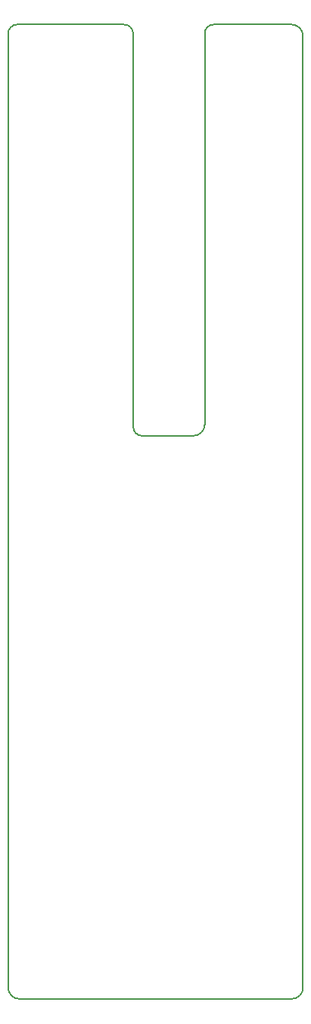
<source format=gko>
G04*
G04 #@! TF.GenerationSoftware,Altium Limited,Altium Designer,18.1.6 (161)*
G04*
G04 Layer_Color=16711935*
%FSLAX25Y25*%
%MOIN*%
G70*
G01*
G75*
%ADD10C,0.00591*%
D10*
X90551Y429134D02*
G03*
X86614Y425197I0J-3937D01*
G01*
X81614Y248031D02*
G03*
X86614Y253031I0J5000D01*
G01*
X3937Y429134D02*
G03*
X0Y425197I0J-3937D01*
G01*
X55118D02*
G03*
X51181Y429134I-3937J0D01*
G01*
X55118Y251969D02*
G03*
X59055Y248031I3937J0D01*
G01*
X129921Y424134D02*
G03*
X124921Y429134I-5000J0D01*
G01*
Y0D02*
G03*
X129921Y5000I0J5000D01*
G01*
X0D02*
G03*
X5000Y0I5000J0D01*
G01*
X90551Y429134D02*
X124921D01*
X86614Y370079D02*
Y425197D01*
X70866Y248031D02*
X81614D01*
X86614Y253031D02*
Y307087D01*
X3937Y429134D02*
X51181D01*
X55118Y251969D02*
Y425197D01*
X59055Y248031D02*
X70866D01*
X86614Y307087D02*
Y370079D01*
X129921Y5000D02*
Y424134D01*
X5000Y0D02*
X124921D01*
X0Y5000D02*
Y425197D01*
M02*

</source>
